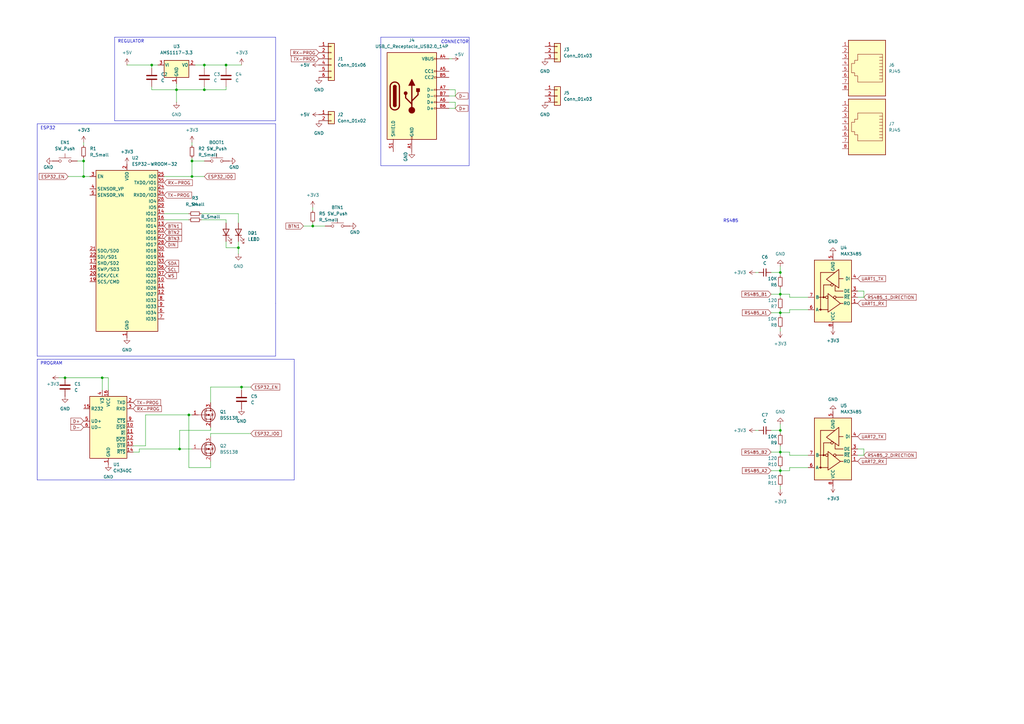
<source format=kicad_sch>
(kicad_sch (version 20231120) (generator "eeschema") (generator_version "8.0")
  (paper "A3")
  (lib_symbols
    (symbol "Connector:RJ45" (pin_names (offset 1.016))
      (property "Reference" "J" (at -5.08 13.97 0))
      (property "Value" "RJ45" (at 2.54 13.97 0))
      (symbol "RJ45_0_1"
        (polyline (pts (xy -5.08 4.445) (xy -6.35 4.445)))
        (polyline (pts (xy -5.08 5.715) (xy -6.35 5.715)))
        (polyline (pts (xy -6.35 -3.175) (xy -5.08 -3.175) (xy -5.08 -3.175)))
        (polyline (pts (xy -6.35 -1.905) (xy -5.08 -1.905) (xy -5.08 -1.905)))
        (polyline (pts (xy -6.35 -0.635) (xy -5.08 -0.635) (xy -5.08 -0.635)))
        (polyline (pts (xy -6.35 0.635) (xy -5.08 0.635) (xy -5.08 0.635)))
        (polyline (pts (xy -6.35 1.905) (xy -5.08 1.905) (xy -5.08 1.905)))
        (polyline (pts (xy -5.08 3.175) (xy -6.35 3.175) (xy -6.35 3.175)))
        (polyline (pts (xy -6.35 -4.445) (xy -6.35 6.985) (xy 3.81 6.985) (xy 3.81 4.445) (xy 5.08 4.445) (xy 5.08 3.175) (xy 6.35 3.175) (xy 6.35 -0.635) (xy 5.08 -0.635) (xy 5.08 -1.905) (xy 3.81 -1.905) (xy 3.81 -4.445) (xy -6.35 -4.445) (xy -6.35 -4.445)))
        (rectangle (start 7.62 12.7) (end -7.62 -10.16) (stroke (width 0.254)) (fill (type background)))
      )
      (symbol "RJ45_1_1"
        (pin passive line (at 10.16 -7.62 180) (length 2.54) (name "~") (number "1"))
        (pin passive line (at 10.16 -5.08 180) (length 2.54) (name "~") (number "2"))
        (pin passive line (at 10.16 -2.54 180) (length 2.54) (name "~") (number "3"))
        (pin passive line (at 10.16 0 180) (length 2.54) (name "~") (number "4"))
        (pin passive line (at 10.16 2.54 180) (length 2.54) (name "~") (number "5"))
        (pin passive line (at 10.16 5.08 180) (length 2.54) (name "~") (number "6"))
        (pin passive line (at 10.16 7.62 180) (length 2.54) (name "~") (number "7"))
        (pin passive line (at 10.16 10.16 180) (length 2.54) (name "~") (number "8"))
      )
    )
    (symbol "Connector:USB_C_Receptacle_USB2.0_14P" (pin_names (offset 1.016))
      (property "Reference" "J" (at 0 22.225 0))
      (property "Value" "USB_C_Receptacle_USB2.0_14P" (at 0 19.685 0))
      (symbol "USB_C_Receptacle_USB2.0_14P_0_0"
        (rectangle (start -0.254 -17.78) (end 0.254 -16.764))
        (rectangle (start 10.16 -4.826) (end 9.144 -5.334))
        (rectangle (start 10.16 -2.286) (end 9.144 -2.794))
        (rectangle (start 10.16 0.254) (end 9.144 -0.254))
        (rectangle (start 10.16 2.794) (end 9.144 2.286))
        (rectangle (start 10.16 7.874) (end 9.144 7.366))
        (rectangle (start 10.16 10.414) (end 9.144 9.906))
        (rectangle (start 10.16 15.494) (end 9.144 14.986))
      )
      (symbol "USB_C_Receptacle_USB2.0_14P_0_1"
        (rectangle (start -10.16 17.78) (end 10.16 -17.78) (stroke (width 0.254)) (fill (type background)))
        (arc (start -8.89 -3.81) (mid -6.985 -5.7067) (end -5.08 -3.81) (stroke (width 0.508)))
        (arc (start -7.62 -3.81) (mid -6.985 -4.4423) (end -6.35 -3.81) (stroke (width 0.254)))
        (arc (start -7.62 -3.81) (mid -6.985 -4.4423) (end -6.35 -3.81) (stroke (width 0.254)) (fill (type outline)))
        (rectangle (start -7.62 -3.81) (end -6.35 3.81) (stroke (width 0.254)) (fill (type outline)))
        (arc (start -6.35 3.81) (mid -6.985 4.4423) (end -7.62 3.81) (stroke (width 0.254)))
        (arc (start -6.35 3.81) (mid -6.985 4.4423) (end -7.62 3.81) (stroke (width 0.254)) (fill (type outline)))
        (arc (start -5.08 3.81) (mid -6.985 5.7067) (end -8.89 3.81) (stroke (width 0.508)))
        (circle (center -2.54 1.143) (radius 0.635) (stroke (width 0.254)) (fill (type outline)))
        (circle (center 0 -5.842) (radius 1.27) (fill (type outline)))
        (polyline (pts (xy -8.89 -3.81) (xy -8.89 3.81)) (stroke (width 0.508)))
        (polyline (pts (xy -5.08 3.81) (xy -5.08 -3.81)) (stroke (width 0.508)))
        (polyline (pts (xy 0 -5.842) (xy 0 4.318)) (stroke (width 0.508)))
        (polyline (pts (xy 0 -3.302) (xy -2.54 -0.762) (xy -2.54 0.508)) (stroke (width 0.508)))
        (polyline (pts (xy 0 -2.032) (xy 2.54 0.508) (xy 2.54 1.778)) (stroke (width 0.508)))
        (polyline (pts (xy -1.27 4.318) (xy 0 6.858) (xy 1.27 4.318) (xy -1.27 4.318)) (stroke (width 0.254)) (fill (type outline)))
        (rectangle (start 1.905 1.778) (end 3.175 3.048) (stroke (width 0.254)) (fill (type outline)))
      )
      (symbol "USB_C_Receptacle_USB2.0_14P_1_1"
        (pin passive line (at 0 -22.86 90) (length 5.08) (name "GND") (number "A1"))
        (pin passive line (at 0 -22.86 90) (length 5.08) hide (name "GND") (number "A12"))
        (pin passive line (at 15.24 15.24 180) (length 5.08) (name "VBUS") (number "A4"))
        (pin bidirectional line (at 15.24 10.16 180) (length 5.08) (name "CC1") (number "A5"))
        (pin bidirectional line (at 15.24 -2.54 180) (length 5.08) (name "D+") (number "A6"))
        (pin bidirectional line (at 15.24 2.54 180) (length 5.08) (name "D-") (number "A7"))
        (pin passive line (at 15.24 15.24 180) (length 5.08) hide (name "VBUS") (number "A9"))
        (pin passive line (at 0 -22.86 90) (length 5.08) hide (name "GND") (number "B1"))
        (pin passive line (at 0 -22.86 90) (length 5.08) hide (name "GND") (number "B12"))
        (pin passive line (at 15.24 15.24 180) (length 5.08) hide (name "VBUS") (number "B4"))
        (pin bidirectional line (at 15.24 7.62 180) (length 5.08) (name "CC2") (number "B5"))
        (pin bidirectional line (at 15.24 -5.08 180) (length 5.08) (name "D+") (number "B6"))
        (pin bidirectional line (at 15.24 0 180) (length 5.08) (name "D-") (number "B7"))
        (pin passive line (at 15.24 15.24 180) (length 5.08) hide (name "VBUS") (number "B9"))
        (pin passive line (at -7.62 -22.86 90) (length 5.08) (name "SHIELD") (number "S1"))
      )
    )
    (symbol "Connector_Generic:Conn_01x02" (pin_names (offset 1.016) hide)
      (property "Reference" "J" (at 0 2.54 0))
      (property "Value" "Conn_01x02" (at 0 -5.08 0))
      (symbol "Conn_01x02_1_1"
        (rectangle (start -1.27 -2.413) (end 0 -2.667) (stroke (width 0.1524)))
        (rectangle (start -1.27 0.127) (end 0 -0.127) (stroke (width 0.1524)))
        (rectangle (start -1.27 1.27) (end 1.27 -3.81) (stroke (width 0.254)) (fill (type background)))
        (pin passive line (at -5.08 0 0) (length 3.81) (name "Pin_1") (number "1"))
        (pin passive line (at -5.08 -2.54 0) (length 3.81) (name "Pin_2") (number "2"))
      )
    )
    (symbol "Connector_Generic:Conn_01x03" (pin_names (offset 1.016) hide)
      (property "Reference" "J" (at 0 5.08 0))
      (property "Value" "Conn_01x03" (at 0 -5.08 0))
      (symbol "Conn_01x03_1_1"
        (rectangle (start -1.27 -2.413) (end 0 -2.667) (stroke (width 0.1524)))
        (rectangle (start -1.27 0.127) (end 0 -0.127) (stroke (width 0.1524)))
        (rectangle (start -1.27 2.667) (end 0 2.413) (stroke (width 0.1524)))
        (rectangle (start -1.27 3.81) (end 1.27 -3.81) (stroke (width 0.254)) (fill (type background)))
        (pin passive line (at -5.08 2.54 0) (length 3.81) (name "Pin_1") (number "1"))
        (pin passive line (at -5.08 0 0) (length 3.81) (name "Pin_2") (number "2"))
        (pin passive line (at -5.08 -2.54 0) (length 3.81) (name "Pin_3") (number "3"))
      )
    )
    (symbol "Connector_Generic:Conn_01x06" (pin_names (offset 1.016) hide)
      (property "Reference" "J" (at 0 7.62 0))
      (property "Value" "Conn_01x06" (at 0 -10.16 0))
      (symbol "Conn_01x06_1_1"
        (rectangle (start -1.27 -7.493) (end 0 -7.747) (stroke (width 0.1524)))
        (rectangle (start -1.27 -4.953) (end 0 -5.207) (stroke (width 0.1524)))
        (rectangle (start -1.27 -2.413) (end 0 -2.667) (stroke (width 0.1524)))
        (rectangle (start -1.27 0.127) (end 0 -0.127) (stroke (width 0.1524)))
        (rectangle (start -1.27 2.667) (end 0 2.413) (stroke (width 0.1524)))
        (rectangle (start -1.27 5.207) (end 0 4.953) (stroke (width 0.1524)))
        (rectangle (start -1.27 6.35) (end 1.27 -8.89) (stroke (width 0.254)) (fill (type background)))
        (pin passive line (at -5.08 5.08 0) (length 3.81) (name "Pin_1") (number "1"))
        (pin passive line (at -5.08 2.54 0) (length 3.81) (name "Pin_2") (number "2"))
        (pin passive line (at -5.08 0 0) (length 3.81) (name "Pin_3") (number "3"))
        (pin passive line (at -5.08 -2.54 0) (length 3.81) (name "Pin_4") (number "4"))
        (pin passive line (at -5.08 -5.08 0) (length 3.81) (name "Pin_5") (number "5"))
        (pin passive line (at -5.08 -7.62 0) (length 3.81) (name "Pin_6") (number "6"))
      )
    )
    (symbol "Device:C" (pin_numbers hide) (pin_names (offset 0.254))
      (property "Reference" "C" (at 0.635 2.54 0))
      (property "Value" "C" (at 0.635 -2.54 0))
      (symbol "C_0_1"
        (polyline (pts (xy -2.032 -0.762) (xy 2.032 -0.762)) (stroke (width 0.508)))
        (polyline (pts (xy -2.032 0.762) (xy 2.032 0.762)) (stroke (width 0.508)))
      )
      (symbol "C_1_1"
        (pin passive line (at 0 3.81 270) (length 2.794) (name "~") (number "1"))
        (pin passive line (at 0 -3.81 90) (length 2.794) (name "~") (number "2"))
      )
    )
    (symbol "Device:C_Small" (pin_numbers hide) (pin_names (offset 0.254) hide)
      (property "Reference" "C" (at 0.254 1.778 0))
      (property "Value" "C_Small" (at 0.254 -2.032 0))
      (symbol "C_Small_0_1"
        (polyline (pts (xy -1.524 -0.508) (xy 1.524 -0.508)) (stroke (width 0.3302)))
        (polyline (pts (xy -1.524 0.508) (xy 1.524 0.508)) (stroke (width 0.3048)))
      )
      (symbol "C_Small_1_1"
        (pin passive line (at 0 2.54 270) (length 2.032) (name "~") (number "1"))
        (pin passive line (at 0 -2.54 90) (length 2.032) (name "~") (number "2"))
      )
    )
    (symbol "Device:LED" (pin_numbers hide) (pin_names (offset 1.016) hide)
      (property "Reference" "D" (at 0 2.54 0))
      (property "Value" "LED" (at 0 -2.54 0))
      (symbol "LED_0_1"
        (polyline (pts (xy -1.27 -1.27) (xy -1.27 1.27)) (stroke (width 0.254)))
        (polyline (pts (xy -1.27 0) (xy 1.27 0)))
        (polyline (pts (xy 1.27 -1.27) (xy 1.27 1.27) (xy -1.27 0) (xy 1.27 -1.27)) (stroke (width 0.254)))
        (polyline (pts (xy -3.048 -0.762) (xy -4.572 -2.286) (xy -3.81 -2.286) (xy -4.572 -2.286) (xy -4.572 -1.524)))
        (polyline (pts (xy -1.778 -0.762) (xy -3.302 -2.286) (xy -2.54 -2.286) (xy -3.302 -2.286) (xy -3.302 -1.524)))
      )
      (symbol "LED_1_1"
        (pin passive line (at -3.81 0 0) (length 2.54) (name "K") (number "1"))
        (pin passive line (at 3.81 0 180) (length 2.54) (name "A") (number "2"))
      )
    )
    (symbol "Device:R_Small" (pin_numbers hide) (pin_names (offset 0.254) hide)
      (property "Reference" "R" (at 0.762 0.508 0))
      (property "Value" "R_Small" (at 0.762 -1.016 0))
      (symbol "R_Small_0_1"
        (rectangle (start -0.762 1.778) (end 0.762 -1.778) (stroke (width 0.2032)))
      )
      (symbol "R_Small_1_1"
        (pin passive line (at 0 2.54 270) (length 0.762) (name "~") (number "1"))
        (pin passive line (at 0 -2.54 90) (length 0.762) (name "~") (number "2"))
      )
    )
    (symbol "Interface_UART:MAX3485"
      (property "Reference" "U" (at -6.985 13.97 0))
      (property "Value" "MAX3485" (at 1.905 13.97 0))
      (symbol "MAX3485_0_1"
        (rectangle (start -7.62 12.7) (end 7.62 -12.7) (stroke (width 0.254)) (fill (type background)))
        (polyline (pts (xy -4.191 2.54) (xy -1.27 2.54)) (stroke (width 0.254)))
        (polyline (pts (xy -2.54 -5.08) (xy -4.191 -5.08)) (stroke (width 0.254)))
        (polyline (pts (xy -0.635 -7.62) (xy 5.08 -7.62)) (stroke (width 0.254)))
        (polyline (pts (xy 0.889 -2.54) (xy 3.81 -2.54)) (stroke (width 0.254)))
        (polyline (pts (xy 2.032 7.62) (xy 5.715 7.62)) (stroke (width 0.254)))
        (polyline (pts (xy 3.048 2.54) (xy 5.715 2.54)) (stroke (width 0.254)))
        (polyline (pts (xy 3.81 -2.54) (xy 3.81 2.54)) (stroke (width 0.254)))
        (polyline (pts (xy 5.08 -7.62) (xy 5.08 7.62)) (stroke (width 0.254)))
        (polyline (pts (xy -4.191 0) (xy -0.889 0) (xy -0.889 -2.286)) (stroke (width 0.254)))
        (polyline (pts (xy -3.175 5.08) (xy -4.191 5.08) (xy -4.064 5.08)) (stroke (width 0.254)))
        (polyline (pts (xy -2.413 -5.08) (xy -2.413 -1.27) (xy 2.667 -4.826) (xy -2.413 -8.89) (xy -2.413 -5.08)) (stroke (width 0.254)))
        (circle (center 0.381 -2.54) (radius 0.508) (stroke (width 0.254)))
        (circle (center 3.81 2.54) (radius 0.2794) (stroke (width 0.254)) (fill (type outline)))
      )
      (symbol "MAX3485_1_1"
        (circle (center -0.762 2.54) (radius 0.508) (stroke (width 0.254)))
        (polyline (pts (xy 2.032 4.826) (xy 2.032 8.636) (xy -3.048 5.08) (xy 2.032 1.016) (xy 2.032 4.826)) (stroke (width 0.254)))
        (circle (center 2.54 2.54) (radius 0.508) (stroke (width 0.254)))
        (circle (center 5.08 7.62) (radius 0.2794) (stroke (width 0.254)) (fill (type outline)))
        (pin output line (at -10.16 5.08 0) (length 2.54) (name "RO") (number "1"))
        (pin input line (at -10.16 2.54 0) (length 2.54) (name "~{RE}") (number "2"))
        (pin input line (at -10.16 0 0) (length 2.54) (name "DE") (number "3"))
        (pin input line (at -10.16 -5.08 0) (length 2.54) (name "DI") (number "4"))
        (pin power_in line (at 0 -15.24 90) (length 2.54) (name "GND") (number "5"))
        (pin bidirectional line (at 10.16 7.62 180) (length 2.54) (name "A") (number "6"))
        (pin bidirectional line (at 10.16 2.54 180) (length 2.54) (name "B") (number "7"))
        (pin power_in line (at 0 15.24 270) (length 2.54) (name "VCC") (number "8"))
      )
    )
    (symbol "Interface_USB:CH340C"
      (property "Reference" "U" (at -5.08 13.97 0))
      (property "Value" "CH340C" (at 1.27 13.97 0))
      (symbol "CH340C_0_1"
        (rectangle (start -7.62 12.7) (end 7.62 -12.7) (stroke (width 0.254)) (fill (type background)))
      )
      (symbol "CH340C_1_1"
        (pin power_in line (at 0 -15.24 90) (length 2.54) (name "GND") (number "1"))
        (pin input line (at 10.16 0 180) (length 2.54) (name "~{DSR}") (number "10"))
        (pin input line (at 10.16 -2.54 180) (length 2.54) (name "~{RI}") (number "11"))
        (pin input line (at 10.16 -5.08 180) (length 2.54) (name "~{DCD}") (number "12"))
        (pin output line (at 10.16 -7.62 180) (length 2.54) (name "~{DTR}") (number "13"))
        (pin output line (at 10.16 -10.16 180) (length 2.54) (name "~{RTS}") (number "14"))
        (pin input line (at -10.16 7.62 0) (length 2.54) (name "R232") (number "15"))
        (pin power_in line (at 0 15.24 270) (length 2.54) (name "VCC") (number "16"))
        (pin output line (at 10.16 10.16 180) (length 2.54) (name "TXD") (number "2"))
        (pin input line (at 10.16 7.62 180) (length 2.54) (name "RXD") (number "3"))
        (pin passive line (at -2.54 15.24 270) (length 2.54) (name "V3") (number "4"))
        (pin bidirectional line (at -10.16 2.54 0) (length 2.54) (name "UD+") (number "5"))
        (pin bidirectional line (at -10.16 0 0) (length 2.54) (name "UD-") (number "6"))
        (pin no_connect line (at -7.62 -7.62 0) (length 2.54) hide (name "NC") (number "7"))
        (pin no_connect line (at -7.62 -10.16 0) (length 2.54) hide (name "NC") (number "8"))
        (pin input line (at 10.16 2.54 180) (length 2.54) (name "~{CTS}") (number "9"))
      )
    )
    (symbol "RF_Module:ESP32-WROOM-32"
      (property "Reference" "U" (at -12.7 34.29 0))
      (property "Value" "ESP32-WROOM-32" (at 1.27 34.29 0))
      (symbol "ESP32-WROOM-32_0_1"
        (rectangle (start -12.7 33.02) (end 12.7 -33.02) (stroke (width 0.254)) (fill (type background)))
      )
      (symbol "ESP32-WROOM-32_1_1"
        (pin power_in line (at 0 -35.56 90) (length 2.54) (name "GND") (number "1"))
        (pin bidirectional line (at 15.24 -12.7 180) (length 2.54) (name "IO25") (number "10"))
        (pin bidirectional line (at 15.24 -15.24 180) (length 2.54) (name "IO26") (number "11"))
        (pin bidirectional line (at 15.24 -17.78 180) (length 2.54) (name "IO27") (number "12"))
        (pin bidirectional line (at 15.24 10.16 180) (length 2.54) (name "IO14") (number "13"))
        (pin bidirectional line (at 15.24 15.24 180) (length 2.54) (name "IO12") (number "14"))
        (pin passive line (at 0 -35.56 90) (length 2.54) hide (name "GND") (number "15"))
        (pin bidirectional line (at 15.24 12.7 180) (length 2.54) (name "IO13") (number "16"))
        (pin bidirectional line (at -15.24 -5.08 0) (length 2.54) (name "SHD/SD2") (number "17"))
        (pin bidirectional line (at -15.24 -7.62 0) (length 2.54) (name "SWP/SD3") (number "18"))
        (pin bidirectional line (at -15.24 -12.7 0) (length 2.54) (name "SCS/CMD") (number "19"))
        (pin power_in line (at 0 35.56 270) (length 2.54) (name "VDD") (number "2"))
        (pin bidirectional line (at -15.24 -10.16 0) (length 2.54) (name "SCK/CLK") (number "20"))
        (pin bidirectional line (at -15.24 0 0) (length 2.54) (name "SDO/SD0") (number "21"))
        (pin bidirectional line (at -15.24 -2.54 0) (length 2.54) (name "SDI/SD1") (number "22"))
        (pin bidirectional line (at 15.24 7.62 180) (length 2.54) (name "IO15") (number "23"))
        (pin bidirectional line (at 15.24 25.4 180) (length 2.54) (name "IO2") (number "24"))
        (pin bidirectional line (at 15.24 30.48 180) (length 2.54) (name "IO0") (number "25"))
        (pin bidirectional line (at 15.24 20.32 180) (length 2.54) (name "IO4") (number "26"))
        (pin bidirectional line (at 15.24 5.08 180) (length 2.54) (name "IO16") (number "27"))
        (pin bidirectional line (at 15.24 2.54 180) (length 2.54) (name "IO17") (number "28"))
        (pin bidirectional line (at 15.24 17.78 180) (length 2.54) (name "IO5") (number "29"))
        (pin input line (at -15.24 30.48 0) (length 2.54) (name "EN") (number "3"))
        (pin bidirectional line (at 15.24 0 180) (length 2.54) (name "IO18") (number "30"))
        (pin bidirectional line (at 15.24 -2.54 180) (length 2.54) (name "IO19") (number "31"))
        (pin no_connect line (at -12.7 -27.94 0) (length 2.54) hide (name "NC") (number "32"))
        (pin bidirectional line (at 15.24 -5.08 180) (length 2.54) (name "IO21") (number "33"))
        (pin bidirectional line (at 15.24 22.86 180) (length 2.54) (name "RXD0/IO3") (number "34"))
        (pin bidirectional line (at 15.24 27.94 180) (length 2.54) (name "TXD0/IO1") (number "35"))
        (pin bidirectional line (at 15.24 -7.62 180) (length 2.54) (name "IO22") (number "36"))
        (pin bidirectional line (at 15.24 -10.16 180) (length 2.54) (name "IO23") (number "37"))
        (pin passive line (at 0 -35.56 90) (length 2.54) hide (name "GND") (number "38"))
        (pin passive line (at 0 -35.56 90) (length 2.54) hide (name "GND") (number "39"))
        (pin input line (at -15.24 25.4 0) (length 2.54) (name "SENSOR_VP") (number "4"))
        (pin input line (at -15.24 22.86 0) (length 2.54) (name "SENSOR_VN") (number "5"))
        (pin input line (at 15.24 -25.4 180) (length 2.54) (name "IO34") (number "6"))
        (pin input line (at 15.24 -27.94 180) (length 2.54) (name "IO35") (number "7"))
        (pin bidirectional line (at 15.24 -20.32 180) (length 2.54) (name "IO32") (number "8"))
        (pin bidirectional line (at 15.24 -22.86 180) (length 2.54) (name "IO33") (number "9"))
      )
    )
    (symbol "Regulator_Linear:AMS1117-3.3" (pin_names (offset 0.254))
      (property "Reference" "U" (at -3.81 3.175 0))
      (property "Value" "AMS1117-3.3" (at 0 3.175 0))
      (symbol "AMS1117-3.3_0_1"
        (rectangle (start -5.08 -5.08) (end 5.08 1.905) (stroke (width 0.254)) (fill (type background)))
      )
      (symbol "AMS1117-3.3_1_1"
        (pin power_in line (at 0 -7.62 90) (length 2.54) (name "GND") (number "1"))
        (pin power_out line (at 7.62 0 180) (length 2.54) (name "VO") (number "2"))
        (pin power_in line (at -7.62 0 0) (length 2.54) (name "VI") (number "3"))
      )
    )
    (symbol "Switch:SW_Push" (pin_numbers hide) (pin_names (offset 1.016) hide)
      (property "Reference" "SW" (at 1.27 2.54 0))
      (property "Value" "SW_Push" (at 0 -1.524 0))
      (symbol "SW_Push_0_1"
        (circle (center -2.032 0) (radius 0.508))
        (polyline (pts (xy 0 1.27) (xy 0 3.048)))
        (polyline (pts (xy 2.54 1.27) (xy -2.54 1.27)))
        (circle (center 2.032 0) (radius 0.508))
        (pin passive line (at -5.08 0 0) (length 2.54) (name "1") (number "1"))
        (pin passive line (at 5.08 0 180) (length 2.54) (name "2") (number "2"))
      )
    )
    (symbol "Transistor_FET:BSS138" (pin_names hide)
      (property "Reference" "Q" (at 5.08 1.905 0))
      (property "Value" "BSS138" (at 5.08 0 0))
      (symbol "BSS138_0_1"
        (polyline (pts (xy 0.254 0) (xy -2.54 0)))
        (polyline (pts (xy 0.254 1.905) (xy 0.254 -1.905)) (stroke (width 0.254)))
        (polyline (pts (xy 0.762 -1.27) (xy 0.762 -2.286)) (stroke (width 0.254)))
        (polyline (pts (xy 0.762 0.508) (xy 0.762 -0.508)) (stroke (width 0.254)))
        (polyline (pts (xy 0.762 2.286) (xy 0.762 1.27)) (stroke (width 0.254)))
        (polyline (pts (xy 2.54 2.54) (xy 2.54 1.778)))
        (polyline (pts (xy 2.54 -2.54) (xy 2.54 0) (xy 0.762 0)))
        (polyline (pts (xy 0.762 -1.778) (xy 3.302 -1.778) (xy 3.302 1.778) (xy 0.762 1.778)))
        (polyline (pts (xy 1.016 0) (xy 2.032 0.381) (xy 2.032 -0.381) (xy 1.016 0)) (fill (type outline)))
        (polyline (pts (xy 2.794 0.508) (xy 2.921 0.381) (xy 3.683 0.381) (xy 3.81 0.254)))
        (polyline (pts (xy 3.302 0.381) (xy 2.921 -0.254) (xy 3.683 -0.254) (xy 3.302 0.381)))
        (circle (center 1.651 0) (radius 2.794) (stroke (width 0.254)))
        (circle (center 2.54 -1.778) (radius 0.254) (fill (type outline)))
        (circle (center 2.54 1.778) (radius 0.254) (fill (type outline)))
      )
      (symbol "BSS138_1_1"
        (pin input line (at -5.08 0 0) (length 2.54) (name "G") (number "1"))
        (pin passive line (at 2.54 -5.08 90) (length 2.54) (name "S") (number "2"))
        (pin passive line (at 2.54 5.08 270) (length 2.54) (name "D") (number "3"))
      )
    )
    (symbol "power:+3V3" (power) (pin_names (offset 0))
      (property "Value" "+3V3" (at 0 3.556 0))
      (symbol "+3V3_0_1"
        (polyline (pts (xy -0.762 1.27) (xy 0 2.54)))
        (polyline (pts (xy 0 0) (xy 0 2.54)))
        (polyline (pts (xy 0 2.54) (xy 0.762 1.27)))
      )
      (symbol "+3V3_1_1"
        (pin power_in line (at 0 0 90) (length 0) hide (name "+3V3") (number "1"))
      )
    )
    (symbol "power:+5V" (power) (pin_numbers hide) (pin_names (offset 0) hide)
      (property "Value" "+5V" (at 0 3.556 0))
      (symbol "+5V_0_1"
        (polyline (pts (xy -0.762 1.27) (xy 0 2.54)))
        (polyline (pts (xy 0 0) (xy 0 2.54)))
        (polyline (pts (xy 0 2.54) (xy 0.762 1.27)))
      )
      (symbol "+5V_1_1"
        (pin power_in line (at 0 0 90) (length 0) (name "~") (number "1"))
      )
    )
    (symbol "power:GND" (power) (pin_numbers hide) (pin_names (offset 0) hide)
      (property "Value" "GND" (at 0 -3.81 0))
      (symbol "GND_0_1"
        (polyline (pts (xy 0 0) (xy 0 -1.27) (xy 1.27 -1.27) (xy 0 -2.54) (xy -1.27 -1.27) (xy 0 -1.27)))
      )
      (symbol "GND_1_1"
        (pin power_in line (at 0 0 270) (length 0) (name "~") (number "1"))
      )
    )
  )
  (junction (at 78.74 72.39))
  (junction (at 73.66 184.15))
  (junction (at 34.29 72.39))
  (junction (at 320.04 193.04))
  (junction (at 72.39 36.83))
  (junction (at 41.91 154.94))
  (junction (at 320.04 128.27))
  (junction (at 320.04 176.53))
  (junction (at 83.82 36.83))
  (junction (at 97.79 101.6))
  (junction (at 320.04 185.42))
  (junction (at 128.27 92.71))
  (junction (at 83.82 26.67))
  (junction (at 34.29 66.04))
  (junction (at 77.47 170.18))
  (junction (at 26.67 154.94))
  (junction (at 78.74 66.04))
  (junction (at 320.04 120.65))
  (junction (at 99.06 158.75))
  (junction (at 320.04 111.76))
  (junction (at 92.71 26.67))
  (junction (at 62.23 26.67))
  (wire (pts (xy 320.04 128.27) (xy 320.04 129.54)))
  (wire (pts (xy 316.23 120.65) (xy 320.04 120.65)))
  (wire (pts (xy 78.74 72.39) (xy 78.74 66.04)))
  (wire (pts (xy 59.69 170.18) (xy 77.47 170.18)))
  (wire (pts (xy 86.36 189.23) (xy 86.36 191.77)))
  (wire (pts (xy 62.23 26.67) (xy 62.23 27.94)))
  (wire (pts (xy 78.74 72.39) (xy 67.31 72.39)))
  (polyline (pts (xy 15.24 50.8) (xy 15.24 146.05)))
  (wire (pts (xy 26.67 154.94) (xy 41.91 154.94)))
  (wire (pts (xy 320.04 118.11) (xy 320.04 120.65)))
  (polyline (pts (xy 156.21 67.945) (xy 192.405 67.945)))
  (wire (pts (xy 323.85 120.65) (xy 323.85 121.92)))
  (wire (pts (xy 92.71 90.17) (xy 92.71 91.44)))
  (polyline (pts (xy 192.405 15.24) (xy 156.21 15.24)))
  (wire (pts (xy 78.74 58.42) (xy 78.74 59.69)))
  (wire (pts (xy 44.45 160.02) (xy 44.45 154.94)))
  (wire (pts (xy 323.85 127) (xy 331.47 127)))
  (wire (pts (xy 351.79 121.92) (xy 354.33 121.92)))
  (wire (pts (xy 78.74 184.15) (xy 73.66 184.15)))
  (wire (pts (xy 128.27 85.09) (xy 128.27 86.36)))
  (wire (pts (xy 41.91 160.02) (xy 41.91 154.94)))
  (polyline (pts (xy 120.65 196.85) (xy 120.65 147.32)))
  (wire (pts (xy 311.15 111.76) (xy 309.88 111.76)))
  (wire (pts (xy 92.71 36.83) (xy 83.82 36.83)))
  (wire (pts (xy 92.71 99.06) (xy 92.71 101.6)))
  (wire (pts (xy 320.04 135.89) (xy 320.04 134.62)))
  (wire (pts (xy 186.69 41.91) (xy 186.69 44.45)))
  (wire (pts (xy 351.79 119.38) (xy 354.33 119.38)))
  (wire (pts (xy 323.85 121.92) (xy 331.47 121.92)))
  (wire (pts (xy 186.69 36.83) (xy 186.69 39.37)))
  (wire (pts (xy 62.23 36.83) (xy 72.39 36.83)))
  (wire (pts (xy 59.69 170.18) (xy 59.69 182.88)))
  (polyline (pts (xy 113.03 50.8) (xy 15.24 50.8)))
  (wire (pts (xy 54.61 182.88) (xy 59.69 182.88)))
  (wire (pts (xy 320.04 191.77) (xy 320.04 193.04)))
  (wire (pts (xy 320.04 185.42) (xy 323.85 185.42)))
  (wire (pts (xy 99.06 158.75) (xy 102.87 158.75)))
  (wire (pts (xy 184.15 44.45) (xy 186.69 44.45)))
  (wire (pts (xy 86.36 165.1) (xy 86.36 158.75)))
  (wire (pts (xy 320.04 193.04) (xy 320.04 194.31)))
  (wire (pts (xy 354.33 119.38) (xy 354.33 121.92)))
  (wire (pts (xy 97.79 99.06) (xy 97.79 101.6)))
  (wire (pts (xy 320.04 120.65) (xy 323.85 120.65)))
  (wire (pts (xy 184.15 36.83) (xy 186.69 36.83)))
  (wire (pts (xy 92.71 26.67) (xy 99.06 26.67)))
  (wire (pts (xy 86.36 191.77) (xy 77.47 191.77)))
  (wire (pts (xy 128.27 91.44) (xy 128.27 92.71)))
  (wire (pts (xy 320.04 173.99) (xy 320.04 176.53)))
  (polyline (pts (xy 120.65 147.32) (xy 15.24 147.32)))
  (wire (pts (xy 34.29 58.42) (xy 34.29 59.69)))
  (wire (pts (xy 67.31 87.63) (xy 77.47 87.63)))
  (wire (pts (xy 311.15 176.53) (xy 309.88 176.53)))
  (wire (pts (xy 34.29 64.77) (xy 34.29 66.04)))
  (wire (pts (xy 184.15 39.37) (xy 186.69 39.37)))
  (wire (pts (xy 34.29 72.39) (xy 36.83 72.39)))
  (wire (pts (xy 184.15 24.13) (xy 185.42 24.13)))
  (wire (pts (xy 82.55 90.17) (xy 92.71 90.17)))
  (wire (pts (xy 323.85 186.69) (xy 331.47 186.69)))
  (wire (pts (xy 97.79 87.63) (xy 97.79 91.44)))
  (wire (pts (xy 320.04 185.42) (xy 320.04 186.69)))
  (wire (pts (xy 97.79 101.6) (xy 97.79 104.14)))
  (wire (pts (xy 83.82 27.94) (xy 83.82 26.67)))
  (wire (pts (xy 320.04 128.27) (xy 323.85 128.27)))
  (wire (pts (xy 92.71 27.94) (xy 92.71 26.67)))
  (wire (pts (xy 320.04 109.22) (xy 320.04 111.76)))
  (wire (pts (xy 82.55 87.63) (xy 97.79 87.63)))
  (polyline (pts (xy 113.03 15.24) (xy 113.03 49.53)))
  (wire (pts (xy 83.82 36.83) (xy 72.39 36.83)))
  (wire (pts (xy 62.23 35.56) (xy 62.23 36.83)))
  (wire (pts (xy 124.46 92.71) (xy 128.27 92.71)))
  (polyline (pts (xy 15.24 196.85) (xy 120.65 196.85)))
  (wire (pts (xy 354.33 184.15) (xy 354.33 186.69)))
  (wire (pts (xy 320.04 182.88) (xy 320.04 185.42)))
  (wire (pts (xy 320.04 120.65) (xy 320.04 121.92)))
  (wire (pts (xy 44.45 154.94) (xy 41.91 154.94)))
  (wire (pts (xy 316.23 128.27) (xy 320.04 128.27)))
  (wire (pts (xy 320.04 111.76) (xy 320.04 113.03)))
  (wire (pts (xy 86.36 175.26) (xy 86.36 176.53)))
  (polyline (pts (xy 113.03 124.46) (xy 113.03 50.8)))
  (wire (pts (xy 323.85 191.77) (xy 331.47 191.77)))
  (wire (pts (xy 323.85 185.42) (xy 323.85 186.69)))
  (wire (pts (xy 320.04 200.66) (xy 320.04 199.39)))
  (wire (pts (xy 72.39 36.83) (xy 72.39 41.91)))
  (wire (pts (xy 320.04 127) (xy 320.04 128.27)))
  (polyline (pts (xy 15.24 147.32) (xy 15.24 196.85)))
  (wire (pts (xy 34.29 66.04) (xy 31.75 66.04)))
  (polyline (pts (xy 113.03 124.46) (xy 113.03 146.05)))
  (wire (pts (xy 62.23 26.67) (xy 64.77 26.67)))
  (wire (pts (xy 86.36 177.8) (xy 102.87 177.8)))
  (polyline (pts (xy 192.405 67.945) (xy 192.405 15.24)))
  (polyline (pts (xy 46.99 49.53) (xy 46.99 15.24)))
  (wire (pts (xy 54.61 185.42) (xy 57.15 185.42)))
  (polyline (pts (xy 156.21 15.24) (xy 156.21 67.945)))
  (wire (pts (xy 24.13 154.94) (xy 26.67 154.94)))
  (wire (pts (xy 86.36 179.07) (xy 86.36 177.8)))
  (wire (pts (xy 323.85 127) (xy 323.85 128.27)))
  (wire (pts (xy 86.36 158.75) (xy 99.06 158.75)))
  (wire (pts (xy 184.15 41.91) (xy 186.69 41.91)))
  (wire (pts (xy 78.74 64.77) (xy 78.74 66.04)))
  (wire (pts (xy 77.47 191.77) (xy 77.47 170.18)))
  (wire (pts (xy 83.82 26.67) (xy 92.71 26.67)))
  (wire (pts (xy 316.23 185.42) (xy 320.04 185.42)))
  (wire (pts (xy 77.47 170.18) (xy 78.74 170.18)))
  (polyline (pts (xy 113.03 49.53) (xy 46.99 49.53)))
  (wire (pts (xy 83.82 35.56) (xy 83.82 36.83)))
  (wire (pts (xy 316.23 111.76) (xy 320.04 111.76)))
  (wire (pts (xy 57.15 185.42) (xy 57.15 184.15)))
  (wire (pts (xy 128.27 92.71) (xy 133.35 92.71)))
  (wire (pts (xy 27.94 72.39) (xy 34.29 72.39)))
  (wire (pts (xy 67.31 90.17) (xy 77.47 90.17)))
  (wire (pts (xy 323.85 191.77) (xy 323.85 193.04)))
  (wire (pts (xy 73.66 176.53) (xy 73.66 184.15)))
  (wire (pts (xy 316.23 193.04) (xy 320.04 193.04)))
  (wire (pts (xy 83.82 72.39) (xy 78.74 72.39)))
  (wire (pts (xy 99.06 158.75) (xy 99.06 160.02)))
  (polyline (pts (xy 46.99 15.24) (xy 113.03 15.24)))
  (wire (pts (xy 92.71 101.6) (xy 97.79 101.6)))
  (wire (pts (xy 80.01 26.67) (xy 83.82 26.67)))
  (wire (pts (xy 78.74 66.04) (xy 83.82 66.04)))
  (wire (pts (xy 86.36 176.53) (xy 73.66 176.53)))
  (wire (pts (xy 320.04 176.53) (xy 320.04 177.8)))
  (wire (pts (xy 351.79 184.15) (xy 354.33 184.15)))
  (wire (pts (xy 52.07 26.67) (xy 62.23 26.67)))
  (wire (pts (xy 320.04 193.04) (xy 323.85 193.04)))
  (wire (pts (xy 72.39 34.29) (xy 72.39 36.83)))
  (wire (pts (xy 57.15 184.15) (xy 73.66 184.15)))
  (wire (pts (xy 92.71 35.56) (xy 92.71 36.83)))
  (wire (pts (xy 34.29 72.39) (xy 34.29 66.04)))
  (wire (pts (xy 316.23 176.53) (xy 320.04 176.53)))
  (polyline (pts (xy 15.24 146.05) (xy 113.03 146.05)))
  (wire (pts (xy 351.79 186.69) (xy 354.33 186.69)))
  (text "ESP32\n" (at 16.51 53.34 0) (effects (font (size 1.27 1.27)) (justify left bottom)))
  (text "CONNECTOR" (at 180.848 18.034 0) (effects (font (size 1.27 1.27)) (justify left bottom)))
  (text "PROGRAM" (at 16.51 149.86 0) (effects (font (size 1.27 1.27)) (justify left bottom)))
  (text "REGULATOR" (at 48.26 17.78 0) (effects (font (size 1.27 1.27)) (justify left bottom)))
  (text "RS485" (at 299.72 90.678 0) (effects (font (size 1.27 1.27))))
  (global_label "D+" (shape input) (at 34.29 172.72 180) (property "Intersheetrefs" "${INTERSHEET_REFS}" (effects (hide yes))))
  (global_label "SCL" (shape input) (at 67.31 110.49 0) (property "Intersheetrefs" "${INTERSHEET_REFS}" (effects (hide yes))))
  (global_label "UART2_RX" (shape input) (at 351.79 189.23 0) (property "Intersheetrefs" "${INTERSHEET_REFS}" (effects (hide yes))))
  (global_label "D-" (shape input) (at 34.29 175.26 180) (property "Intersheetrefs" "${INTERSHEET_REFS}" (effects (hide yes))))
  (global_label "TX-PROG" (shape input) (at 130.81 24.13 180) (property "Intersheetrefs" "${INTERSHEET_REFS}" (effects (hide yes))))
  (global_label "RX-PROG" (shape input) (at 67.31 74.93 0) (property "Intersheetrefs" "${INTERSHEET_REFS}" (effects (hide yes))))
  (global_label "RS485_A1" (shape input) (at 316.23 128.27 180) (property "Intersheetrefs" "${INTERSHEET_REFS}" (effects (hide yes))))
  (global_label "RS485_A2" (shape input) (at 316.23 193.04 180) (property "Intersheetrefs" "${INTERSHEET_REFS}" (effects (hide yes))))
  (global_label "BTN2" (shape input) (at 67.31 95.25 0) (property "Intersheetrefs" "${INTERSHEET_REFS}" (effects (hide yes))))
  (global_label "TX-PROG" (shape input) (at 54.61 165.1 0) (property "Intersheetrefs" "${INTERSHEET_REFS}" (effects (hide yes))))
  (global_label "RX-PROG" (shape input) (at 130.81 21.59 180) (property "Intersheetrefs" "${INTERSHEET_REFS}" (effects (hide yes))))
  (global_label "UART1_RX" (shape input) (at 351.79 124.46 0) (property "Intersheetrefs" "${INTERSHEET_REFS}" (effects (hide yes))))
  (global_label "UART2_TX" (shape input) (at 351.79 179.07 0) (property "Intersheetrefs" "${INTERSHEET_REFS}" (effects (hide yes))))
  (global_label "RS485_B1" (shape input) (at 316.23 120.65 180) (property "Intersheetrefs" "${INTERSHEET_REFS}" (effects (hide yes))))
  (global_label "ESP32_EN" (shape input) (at 102.87 158.75 0) (property "Intersheetrefs" "${INTERSHEET_REFS}" (effects (hide yes))))
  (global_label "WS" (shape input) (at 67.31 113.03 0) (property "Intersheetrefs" "${INTERSHEET_REFS}" (effects (hide yes))))
  (global_label "RX-PROG" (shape input) (at 54.61 167.64 0) (property "Intersheetrefs" "${INTERSHEET_REFS}" (effects (hide yes))))
  (global_label "ESP32_IO0" (shape input) (at 83.82 72.39 0) (property "Intersheetrefs" "${INTERSHEET_REFS}" (effects (hide yes))))
  (global_label "UART1_TX" (shape input) (at 351.79 114.3 0) (property "Intersheetrefs" "${INTERSHEET_REFS}" (effects (hide yes))))
  (global_label "SDA" (shape input) (at 67.31 107.95 0) (property "Intersheetrefs" "${INTERSHEET_REFS}" (effects (hide yes))))
  (global_label "BTN1" (shape input) (at 124.46 92.71 180) (property "Intersheetrefs" "${INTERSHEET_REFS}" (effects (hide yes))))
  (global_label "ESP32_EN" (shape input) (at 27.94 72.39 180) (property "Intersheetrefs" "${INTERSHEET_REFS}" (effects (hide yes))))
  (global_label "DIN" (shape input) (at 67.31 100.33 0) (property "Intersheetrefs" "${INTERSHEET_REFS}" (effects (hide yes))))
  (global_label "RS485_1_DIRECTION" (shape input) (at 354.33 121.92 0) (property "Intersheetrefs" "${INTERSHEET_REFS}" (effects (hide yes))))
  (global_label "BTN3" (shape input) (at 67.31 97.79 0) (property "Intersheetrefs" "${INTERSHEET_REFS}" (effects (hide yes))))
  (global_label "ESP32_IO0" (shape input) (at 102.87 177.8 0) (property "Intersheetrefs" "${INTERSHEET_REFS}" (effects (hide yes))))
  (global_label "TX-PROG" (shape input) (at 67.31 80.01 0) (property "Intersheetrefs" "${INTERSHEET_REFS}" (effects (hide yes))))
  (global_label "RS485_2_DIRECTION" (shape input) (at 354.33 186.69 0) (property "Intersheetrefs" "${INTERSHEET_REFS}" (effects (hide yes))))
  (global_label "RS485_B2" (shape input) (at 316.23 185.42 180) (property "Intersheetrefs" "${INTERSHEET_REFS}" (effects (hide yes))))
  (global_label "BTN1" (shape input) (at 67.31 92.71 0) (property "Intersheetrefs" "${INTERSHEET_REFS}" (effects (hide yes))))
  (global_label "D-" (shape input) (at 186.69 39.37 0) (property "Intersheetrefs" "${INTERSHEET_REFS}" (effects (hide yes))))
  (global_label "D+" (shape input) (at 186.69 44.45 0) (property "Intersheetrefs" "${INTERSHEET_REFS}" (effects (hide yes))))
  (symbol (lib_id "power:GND") (at 320.04 173.99 180) (unit 1)
    (property "Reference" "#PWR031" (effects (hide yes)))
    (property "Value" "GND" (at 320.04 168.91 0))
  )
  (symbol (lib_id "power:GND") (at 72.39 41.91 0) (unit 1)
    (property "Reference" "#PWR09" (effects (hide yes)))
    (property "Value" "GND" (at 72.39 46.99 0))
  )
  (symbol (lib_id "Transistor_FET:BSS138") (at 83.82 184.15 0) (unit 1)
    (property "Reference" "Q2" (at 90.17 182.8799 0) (effects (justify left)))
    (property "Value" "BSS138" (at 90.17 185.4199 0) (effects (justify left)))
    (property "Footprint" "Package_TO_SOT_SMD:SOT-23" (effects (hide yes)))
    (property "Datasheet" "https://www.onsemi.com/pub/Collateral/BSS138-D.PDF" (effects (hide yes)))
    (property "LCSC" "C7420338" (effects (hide yes)))
  )
  (symbol (lib_id "Connector:RJ45") (at 355.6 50.8 180) (unit 1)
    (property "Reference" "J7" (at 364.49 50.7999 0) (effects (justify right)))
    (property "Value" "RJ45" (at 364.49 53.3399 0) (effects (justify right)))
    (property "Description" "RJ connector, 8P8C (8 positions 8 connected)" (effects (hide yes)))
  )
  (symbol (lib_id "power:+3V3") (at 52.07 67.31 0) (unit 1)
    (property "Reference" "#PWR07" (effects (hide yes)))
    (property "Value" "+3V3" (at 52.07 62.23 0))
  )
  (symbol (lib_id "Interface_USB:CH340C") (at 44.45 175.26 0) (unit 1)
    (property "Reference" "U1" (at 46.4059 190.5 0) (effects (justify left)))
    (property "Value" "CH340C" (at 46.4059 193.04 0) (effects (justify left)))
    (property "Footprint" "Package_SO:SOIC-16_3.9x9.9mm_P1.27mm" (effects (hide yes)))
    (property "Datasheet" "https://datasheet.lcsc.com/szlcsc/Jiangsu-Qin-Heng-CH340C_C84681.pdf" (effects (hide yes)))
    (property "LCSC" "C84681" (effects (hide yes)))
  )
  (symbol (lib_id "Connector_Generic:Conn_01x03") (at 228.6 39.37 0) (unit 1)
    (property "Reference" "J5" (at 231.14 38.0999 0) (effects (justify left)))
    (property "Value" "Conn_01x03" (at 231.14 40.6399 0) (effects (justify left)))
    (property "Footprint" "TerminalBlock_4Ucon:TerminalBlock_4Ucon_1x03_P3.50mm_Horizontal" (effects (hide yes)))
    (property "Description" "Generic connector, single row, 01x03, script generated (kicad-library-utils/schlib/autogen/connector/)" (effects (hide yes)))
  )
  (symbol (lib_id "power:+3V3") (at 309.88 111.76 90) (unit 1)
    (property "Reference" "#PWR025" (effects (hide yes)))
    (property "Value" "+3V3" (at 306.07 111.7599 90) (effects (justify left)))
    (property "Description" "Power symbol creates a global label with name \"+3V3\"" (effects (hide yes)))
  )
  (symbol (lib_id "Device:C") (at 83.82 31.75 0) (unit 1)
    (property "Reference" "C3" (at 87.63 30.4799 0) (effects (justify left)))
    (property "Value" "C" (at 87.63 33.0199 0) (effects (justify left)))
    (property "Footprint" "Capacitor_SMD:C_0603_1608Metric" (effects (hide yes)))
    (property "LCSC" "C19702" (effects (hide yes)))
  )
  (symbol (lib_id "power:GND") (at 52.07 138.43 0) (unit 1)
    (property "Reference" "#PWR08" (effects (hide yes)))
    (property "Value" "GND" (at 52.07 143.51 0))
  )
  (symbol (lib_id "power:+3V3") (at 341.63 134.62 180) (unit 1)
    (property "Reference" "#PWR029" (effects (hide yes)))
    (property "Value" "+3V3" (at 341.63 139.7 0))
    (property "Description" "Power symbol creates a global label with name \"+3V3\"" (effects (hide yes)))
  )
  (symbol (lib_id "power:+3V3") (at 341.63 199.39 180) (unit 1)
    (property "Reference" "#PWR034" (effects (hide yes)))
    (property "Value" "+3V3" (at 341.63 204.47 0))
    (property "Description" "Power symbol creates a global label with name \"+3V3\"" (effects (hide yes)))
  )
  (symbol (lib_id "Device:R_Small") (at 320.04 115.57 180) (unit 1)
    (property "Reference" "R6" (at 318.77 116.84 0) (effects (justify left)))
    (property "Value" "10K" (at 318.77 114.3 0) (effects (justify left)))
    (property "Footprint" "Resistor_SMD:R_0603_1608Metric" (effects (hide yes)))
    (property "LCSC" "C22975" (effects (hide yes)))
  )
  (symbol (lib_id "Connector:USB_C_Receptacle_USB2.0_14P") (at 168.91 39.37 0) (unit 1)
    (property "Reference" "J4" (at 168.91 16.51 0))
    (property "Value" "USB_C_Receptacle_USB2.0_14P" (at 168.91 19.05 0))
    (property "Footprint" "Connector_USB:USB_C_Receptacle_JAE_DX07S016JA1R1500" (effects (hide yes)))
    (property "Datasheet" "https://www.usb.org/sites/default/files/documents/usb_type-c.zip" (effects (hide yes)))
    (property "Description" "USB 2.0-only 14P Type-C Receptacle connector" (effects (hide yes)))
    (property "LCSC" "C963213" (effects (hide yes)))
  )
  (symbol (lib_id "power:GND") (at 21.59 66.04 270) (unit 1)
    (property "Reference" "#PWR01" (effects (hide yes)))
    (property "Value" "GND" (at 17.78 68.58 90) (effects (justify left)))
  )
  (symbol (lib_id "power:+5V") (at 130.81 46.99 90) (unit 1)
    (property "Reference" "#PWR019" (effects (hide yes)))
    (property "Value" "+5V" (at 127 46.9899 90) (effects (justify left)))
  )
  (symbol (lib_id "Device:R_Small") (at 320.04 124.46 180) (unit 1)
    (property "Reference" "R7" (at 318.77 125.73 0) (effects (justify left)))
    (property "Value" "120" (at 318.77 123.19 0) (effects (justify left)))
    (property "Footprint" "Resistor_SMD:R_0603_1608Metric" (effects (hide yes)))
    (property "LCSC" "C22975" (effects (hide yes)))
  )
  (symbol (lib_id "power:+5V") (at 130.81 26.67 90) (unit 1)
    (property "Reference" "#PWR017" (effects (hide yes)))
    (property "Value" "+5V" (at 127 26.6699 90) (effects (justify left)))
  )
  (symbol (lib_id "power:+5V") (at 52.07 26.67 0) (unit 1)
    (property "Reference" "#PWR06" (effects (hide yes)))
    (property "Value" "+5V" (at 52.07 21.59 0))
  )
  (symbol (lib_id "power:GND") (at 341.63 104.14 180) (unit 1)
    (property "Reference" "#PWR028" (effects (hide yes)))
    (property "Value" "GND" (at 341.63 99.06 0))
  )
  (symbol (lib_id "power:+3V3") (at 309.88 176.53 90) (unit 1)
    (property "Reference" "#PWR030" (effects (hide yes)))
    (property "Value" "+3V3" (at 306.07 176.5299 90) (effects (justify left)))
    (property "Description" "Power symbol creates a global label with name \"+3V3\"" (effects (hide yes)))
  )
  (symbol (lib_id "power:+3V3") (at 128.27 85.09 0) (unit 1)
    (property "Reference" "#PWR016" (effects (hide yes)))
    (property "Value" "+3V3" (at 128.27 80.01 0))
  )
  (symbol (lib_id "power:GND") (at 93.98 66.04 90) (unit 1)
    (property "Reference" "#PWR011" (effects (hide yes)))
    (property "Value" "GND" (at 93.98 68.58 90) (effects (justify right)))
  )
  (symbol (lib_id "power:GND") (at 99.06 167.64 0) (unit 1)
    (property "Reference" "#PWR014" (effects (hide yes)))
    (property "Value" "GND" (at 99.06 172.72 0))
  )
  (symbol (lib_id "power:GND") (at 223.52 41.91 0) (unit 1)
    (property "Reference" "#PWR015" (effects (hide yes)))
    (property "Value" "GND" (at 223.52 46.99 0))
  )
  (symbol (lib_id "Switch:SW_Push") (at 88.9 66.04 0) (unit 1)
    (property "Reference" "BOOT1" (at 88.9 58.42 0))
    (property "Value" "SW_Push" (at 88.9 60.96 0))
    (property "Footprint" "Button_Switch_SMD:SW_SPST_FSMSM" (effects (hide yes)))
    (property "LCSC" "C398053" (effects (hide yes)))
  )
  (symbol (lib_id "RF_Module:ESP32-WROOM-32") (at 52.07 102.87 0) (unit 1)
    (property "Reference" "U2" (at 54.0894 64.77 0) (effects (justify left)))
    (property "Value" "ESP32-WROOM-32" (at 54.0894 67.31 0) (effects (justify left)))
    (property "Footprint" "RF_Module:ESP32-WROOM-32" (effects (hide yes)))
    (property "Datasheet" "https://www.espressif.com/sites/default/files/documentation/esp32-wroom-32_datasheet_en.pdf" (effects (hide yes)))
    (property "LCSC" "C82899" (effects (hide yes)))
  )
  (symbol (lib_id "Switch:SW_Push") (at 26.67 66.04 0) (unit 1)
    (property "Reference" "EN1" (at 26.67 58.42 0))
    (property "Value" "SW_Push" (at 26.67 60.96 0))
    (property "Footprint" "Button_Switch_SMD:SW_SPST_FSMSM" (effects (hide yes)))
    (property "LCSC" "C398053" (effects (hide yes)))
  )
  (symbol (lib_id "Device:R_Small") (at 34.29 62.23 0) (unit 1)
    (property "Reference" "R1" (at 36.83 60.9599 0) (effects (justify left)))
    (property "Value" "R_Small" (at 36.83 63.4999 0) (effects (justify left)))
    (property "Footprint" "Resistor_SMD:R_0603_1608Metric" (effects (hide yes)))
    (property "LCSC" "C98220" (effects (hide yes)))
  )
  (symbol (lib_id "Connector_Generic:Conn_01x03") (at 228.6 21.59 0) (unit 1)
    (property "Reference" "J3" (at 231.14 20.3199 0) (effects (justify left)))
    (property "Value" "Conn_01x03" (at 231.14 22.8599 0) (effects (justify left)))
    (property "Footprint" "TerminalBlock_4Ucon:TerminalBlock_4Ucon_1x03_P3.50mm_Horizontal" (effects (hide yes)))
    (property "Description" "Generic connector, single row, 01x03, script generated (kicad-library-utils/schlib/autogen/connector/)" (effects (hide yes)))
  )
  (symbol (lib_id "Device:R_Small") (at 80.01 87.63 90) (unit 1)
    (property "Reference" "R3" (at 80.01 81.28 90))
    (property "Value" "R_Small" (at 80.01 83.82 90))
    (property "Footprint" "Resistor_SMD:R_0603_1608Metric" (effects (hide yes)))
    (property "LCSC" "C2906975" (effects (hide yes)))
  )
  (symbol (lib_id "Device:R_Small") (at 320.04 189.23 180) (unit 1)
    (property "Reference" "R10" (at 318.77 190.5 0) (effects (justify left)))
    (property "Value" "120" (at 318.77 187.96 0) (effects (justify left)))
    (property "Footprint" "Resistor_SMD:R_0603_1608Metric" (effects (hide yes)))
    (property "LCSC" "C22975" (effects (hide yes)))
  )
  (symbol (lib_id "Device:LED") (at 92.71 95.25 90) (unit 1)
    (property "Reference" "D1" (at 102.87 95.5674 90) (effects (justify right)))
    (property "Value" "LED" (at 102.87 98.1074 90) (effects (justify right)))
    (property "Footprint" "LED_SMD:LED_0603_1608Metric" (effects (hide yes)))
    (property "LCSC" "C19171301" (effects (hide yes)))
  )
  (symbol (lib_id "power:GND") (at 168.91 62.23 0) (unit 1)
    (property "Reference" "#PWR023" (effects (hide yes)))
    (property "Value" "GND" (at 166.37 62.23 90) (effects (justify right)))
  )
  (symbol (lib_id "power:+3V3") (at 34.29 58.42 0) (unit 1)
    (property "Reference" "#PWR04" (effects (hide yes)))
    (property "Value" "+3V3" (at 34.29 53.34 0))
  )
  (symbol (lib_id "Transistor_FET:BSS138") (at 83.82 170.18 0) (unit 1)
    (property "Reference" "Q1" (at 90.17 168.9099 0) (effects (justify left)))
    (property "Value" "BSS138" (at 90.17 171.4499 0) (effects (justify left)))
    (property "Footprint" "Package_TO_SOT_SMD:SOT-23" (effects (hide yes)))
    (property "Datasheet" "https://www.onsemi.com/pub/Collateral/BSS138-D.PDF" (effects (hide yes)))
    (property "LCSC" "C7420338" (effects (hide yes)))
  )
  (symbol (lib_id "Device:R_Small") (at 80.01 90.17 90) (unit 1)
    (property "Reference" "R4" (at 80.01 83.82 90))
    (property "Value" "R_Small" (at 86.36 88.9 90))
    (property "Footprint" "Resistor_SMD:R_0603_1608Metric" (effects (hide yes)))
    (property "LCSC" "C2906975" (effects (hide yes)))
  )
  (symbol (lib_id "Device:R_Small") (at 320.04 132.08 180) (unit 1)
    (property "Reference" "R8" (at 318.77 133.35 0) (effects (justify left)))
    (property "Value" "10K" (at 318.77 130.81 0) (effects (justify left)))
    (property "Footprint" "Resistor_SMD:R_0603_1608Metric" (effects (hide yes)))
    (property "LCSC" "C22975" (effects (hide yes)))
  )
  (symbol (lib_id "Device:LED") (at 97.79 95.25 90) (unit 1)
    (property "Reference" "D2" (at 101.6 95.5674 90) (effects (justify right)))
    (property "Value" "LED" (at 101.6 98.1074 90) (effects (justify right)))
    (property "Footprint" "LED_SMD:LED_0603_1608Metric" (effects (hide yes)))
    (property "LCSC" "C434425" (effects (hide yes)))
  )
  (symbol (lib_id "Connector:RJ45") (at 355.6 26.67 180) (unit 1)
    (property "Reference" "J6" (at 364.49 26.6699 0) (effects (justify right)))
    (property "Value" "RJ45" (at 364.49 29.2099 0) (effects (justify right)))
    (property "Description" "RJ connector, 8P8C (8 positions 8 connected)" (effects (hide yes)))
  )
  (symbol (lib_id "Connector_Generic:Conn_01x06") (at 135.89 24.13 0) (unit 1)
    (property "Reference" "J1" (at 138.43 24.1299 0) (effects (justify left)))
    (property "Value" "Conn_01x06" (at 138.43 26.6699 0) (effects (justify left)))
    (property "Footprint" "Connector_PinHeader_2.54mm:PinHeader_1x06_P2.54mm_Vertical" (effects (hide yes)))
    (property "Description" "Generic connector, single row, 01x06, script generated (kicad-library-utils/schlib/autogen/connector/)" (effects (hide yes)))
  )
  (symbol (lib_id "Switch:SW_Push") (at 138.43 92.71 0) (unit 1)
    (property "Reference" "BTN1" (at 138.43 85.09 0))
    (property "Value" "SW_Push" (at 138.43 87.63 0))
    (property "Footprint" "Button_Switch_SMD:SW_SPST_FSMSM" (effects (hide yes)))
    (property "LCSC" "C398053" (effects (hide yes)))
  )
  (symbol (lib_id "Device:C") (at 99.06 163.83 0) (unit 1)
    (property "Reference" "C5" (at 102.87 162.5599 0) (effects (justify left)))
    (property "Value" "C" (at 102.87 165.0999 0) (effects (justify left)))
    (property "Footprint" "Capacitor_SMD:C_0603_1608Metric" (effects (hide yes)))
    (property "LCSC" "C19702" (effects (hide yes)))
  )
  (symbol (lib_id "power:GND") (at 223.52 24.13 0) (unit 1)
    (property "Reference" "#PWR021" (effects (hide yes)))
    (property "Value" "GND" (at 223.52 29.21 0))
  )
  (symbol (lib_id "Interface_UART:MAX3485") (at 341.63 119.38 180) (unit 1)
    (property "Reference" "U4" (at 344.6465 101.6 0) (effects (justify right)))
    (property "Value" "MAX3485" (at 344.6465 104.14 0) (effects (justify right)))
    (property "Footprint" "Package_SO:SOIC-8_3.9x4.9mm_P1.27mm" (effects (hide yes)))
    (property "Datasheet" "https://datasheets.maximintegrated.com/en/ds/MAX3483-MAX3491.pdf" (effects (hide yes)))
    (property "Description" "True RS-485/RS-422, 10Mbps, Slew-Rate Limited, with low-power shutdown, with receiver/driver enable, 32 receiver drive capacitity, DIP-8 and SOIC-8" (effects (hide yes)))
    (property "LCSC" "C9943" (effects (hide yes)))
  )
  (symbol (lib_id "Device:C") (at 62.23 31.75 0) (unit 1)
    (property "Reference" "C2" (at 66.04 30.4799 0) (effects (justify left)))
    (property "Value" "C" (at 66.04 33.0199 0) (effects (justify left)))
    (property "Footprint" "Capacitor_SMD:C_0603_1608Metric" (effects (hide yes)))
    (property "LCSC" "C30926" (effects (hide yes)))
  )
  (symbol (lib_id "power:GND") (at 130.81 49.53 0) (unit 1)
    (property "Reference" "#PWR020" (effects (hide yes)))
    (property "Value" "GND" (at 130.81 54.61 0))
  )
  (symbol (lib_id "Device:R_Small") (at 320.04 180.34 180) (unit 1)
    (property "Reference" "R9" (at 318.77 181.61 0) (effects (justify left)))
    (property "Value" "10K" (at 318.77 179.07 0) (effects (justify left)))
    (property "Footprint" "Resistor_SMD:R_0603_1608Metric" (effects (hide yes)))
    (property "LCSC" "C22975" (effects (hide yes)))
  )
  (symbol (lib_id "Device:C_Small") (at 313.69 176.53 90) (unit 1)
    (property "Reference" "C7" (at 313.6963 170.18 90))
    (property "Value" "C" (at 313.6963 172.72 90))
    (property "Footprint" "Capacitor_SMD:C_0603_1608Metric" (effects (hide yes)))
    (property "LCSC" "C106245" (effects (hide yes)))
  )
  (symbol (lib_id "Device:C_Small") (at 313.69 111.76 90) (unit 1)
    (property "Reference" "C6" (at 313.6963 105.41 90))
    (property "Value" "C" (at 313.6963 107.95 90))
    (property "Footprint" "Capacitor_SMD:C_0603_1608Metric" (effects (hide yes)))
    (property "LCSC" "C106245" (effects (hide yes)))
  )
  (symbol (lib_id "Device:R_Small") (at 78.74 62.23 0) (unit 1)
    (property "Reference" "R2" (at 81.28 60.9599 0) (effects (justify left)))
    (property "Value" "R_Small" (at 81.28 63.4999 0) (effects (justify left)))
    (property "Footprint" "Resistor_SMD:R_0603_1608Metric" (effects (hide yes)))
    (property "LCSC" "C98220" (effects (hide yes)))
  )
  (symbol (lib_id "power:GND") (at 26.67 162.56 0) (unit 1)
    (property "Reference" "#PWR03" (effects (hide yes)))
    (property "Value" "GND" (at 26.67 167.64 0))
  )
  (symbol (lib_id "Device:C") (at 92.71 31.75 0) (unit 1)
    (property "Reference" "C4" (at 96.52 30.4799 0) (effects (justify left)))
    (property "Value" "C" (at 96.52 33.0199 0) (effects (justify left)))
    (property "Footprint" "Capacitor_SMD:C_0603_1608Metric" (effects (hide yes)))
    (property "LCSC" "C30926" (effects (hide yes)))
  )
  (symbol (lib_id "power:+3V3") (at 78.74 58.42 0) (unit 1)
    (property "Reference" "#PWR010" (effects (hide yes)))
    (property "Value" "+3V3" (at 78.74 53.34 0))
  )
  (symbol (lib_id "Device:R_Small") (at 128.27 88.9 0) (unit 1)
    (property "Reference" "R5" (at 130.81 87.6299 0) (effects (justify left)))
    (property "Value" "R_Small" (at 130.81 90.1699 0) (effects (justify left)))
    (property "Footprint" "Resistor_SMD:R_0603_1608Metric" (effects (hide yes)))
    (property "LCSC" "C98220" (effects (hide yes)))
  )
  (symbol (lib_id "power:GND") (at 320.04 109.22 180) (unit 1)
    (property "Reference" "#PWR026" (effects (hide yes)))
    (property "Value" "GND" (at 320.04 104.14 0))
  )
  (symbol (lib_id "Connector_Generic:Conn_01x02") (at 135.89 46.99 0) (unit 1)
    (property "Reference" "J2" (at 138.43 46.99 0) (effects (justify left)))
    (property "Value" "Conn_01x02" (at 138.43 49.53 0) (effects (justify left)))
    (property "Footprint" "Connector_PinSocket_2.54mm:PinSocket_1x02_P2.54mm_Vertical" (effects (hide yes)))
  )
  (symbol (lib_id "power:GND") (at 97.79 104.14 0) (unit 1)
    (property "Reference" "#PWR012" (effects (hide yes)))
    (property "Value" "GND" (at 97.79 109.22 0))
  )
  (symbol (lib_id "Device:C") (at 26.67 158.75 0) (unit 1)
    (property "Reference" "C1" (at 30.48 157.4799 0) (effects (justify left)))
    (property "Value" "C" (at 30.48 160.0199 0) (effects (justify left)))
    (property "Footprint" "Capacitor_SMD:C_0603_1608Metric" (effects (hide yes)))
    (property "LCSC" "C30926" (effects (hide yes)))
  )
  (symbol (lib_id "power:GND") (at 130.81 31.75 0) (unit 1)
    (property "Reference" "#PWR018" (effects (hide yes)))
    (property "Value" "GND" (at 130.81 36.83 0))
  )
  (symbol (lib_id "power:+5V") (at 185.42 24.13 270) (unit 1)
    (property "Reference" "#PWR024" (effects (hide yes)))
    (property "Value" "+5V" (at 186.182 22.352 90) (effects (justify left)))
  )
  (symbol (lib_id "power:+3V3") (at 24.13 154.94 90) (unit 1)
    (property "Reference" "#PWR02" (effects (hide yes)))
    (property "Value" "+3V3" (at 19.05 157.48 90) (effects (justify right)))
  )
  (symbol (lib_id "Interface_UART:MAX3485") (at 341.63 184.15 180) (unit 1)
    (property "Reference" "U5" (at 344.6465 166.37 0) (effects (justify right)))
    (property "Value" "MAX3485" (at 344.6465 168.91 0) (effects (justify right)))
    (property "Footprint" "Package_SO:SOIC-8_3.9x4.9mm_P1.27mm" (effects (hide yes)))
    (property "Datasheet" "https://datasheets.maximintegrated.com/en/ds/MAX3483-MAX3491.pdf" (effects (hide yes)))
    (property "Description" "True RS-485/RS-422, 10Mbps, Slew-Rate Limited, with low-power shutdown, with receiver/driver enable, 32 receiver drive capacitity, DIP-8 and SOIC-8" (effects (hide yes)))
    (property "LCSC" "C9943" (effects (hide yes)))
  )
  (symbol (lib_id "power:GND") (at 143.51 92.71 90) (unit 1)
    (property "Reference" "#PWR022" (effects (hide yes)))
    (property "Value" "GND" (at 143.51 95.25 90) (effects (justify right)))
  )
  (symbol (lib_id "Regulator_Linear:AMS1117-3.3") (at 72.39 26.67 0) (unit 1)
    (property "Reference" "U3" (at 72.39 19.05 0))
    (property "Value" "AMS1117-3.3" (at 72.39 21.59 0))
    (property "Footprint" "Package_TO_SOT_SMD:SOT-223-3_TabPin2" (effects (hide yes)))
    (property "Datasheet" "http://www.advanced-monolithic.com/pdf/ds1117.pdf" (effects (hide yes)))
    (property "LCSC" "C6186" (effects (hide yes)))
  )
  (symbol (lib_id "Device:R_Small") (at 320.04 196.85 180) (unit 1)
    (property "Reference" "R11" (at 318.77 198.12 0) (effects (justify left)))
    (property "Value" "10K" (at 318.77 195.58 0) (effects (justify left)))
    (property "Footprint" "Resistor_SMD:R_0603_1608Metric" (effects (hide yes)))
    (property "LCSC" "C22975" (effects (hide yes)))
  )
  (symbol (lib_id "power:+3V3") (at 320.04 200.66 180) (unit 1)
    (property "Reference" "#PWR032" (effects (hide yes)))
    (property "Value" "+3V3" (at 320.04 205.74 0))
    (property "Description" "Power symbol creates a global label with name \"+3V3\"" (effects (hide yes)))
  )
  (symbol (lib_id "power:+3V3") (at 99.06 26.67 0) (unit 1)
    (property "Reference" "#PWR013" (effects (hide yes)))
    (property "Value" "+3V3" (at 99.06 21.59 0))
  )
  (symbol (lib_id "power:GND") (at 341.63 168.91 180) (unit 1)
    (property "Reference" "#PWR033" (effects (hide yes)))
    (property "Value" "GND" (at 341.63 163.83 0))
  )
  (symbol (lib_id "power:+3V3") (at 320.04 135.89 180) (unit 1)
    (property "Reference" "#PWR027" (effects (hide yes)))
    (property "Value" "+3V3" (at 320.04 140.97 0))
    (property "Description" "Power symbol creates a global label with name \"+3V3\"" (effects (hide yes)))
  )
  (symbol (lib_id "power:GND") (at 44.45 190.5 0) (unit 1)
    (property "Reference" "#PWR05" (effects (hide yes)))
    (property "Value" "GND" (at 44.45 195.58 0))
  )
)
</source>
